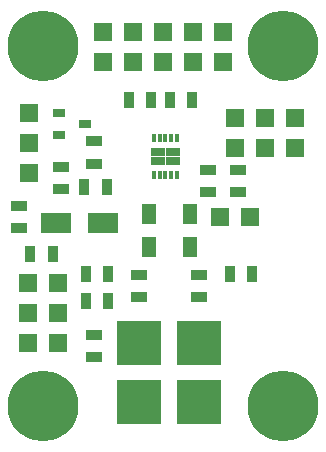
<source format=gbr>
%TF.GenerationSoftware,KiCad,Pcbnew,6.0.11+dfsg-1~bpo11+1*%
%TF.CreationDate,2023-05-25T08:17:32+00:00*%
%TF.ProjectId,I2CADC01,49324341-4443-4303-912e-6b696361645f,rev?*%
%TF.SameCoordinates,Original*%
%TF.FileFunction,Soldermask,Bot*%
%TF.FilePolarity,Negative*%
%FSLAX46Y46*%
G04 Gerber Fmt 4.6, Leading zero omitted, Abs format (unit mm)*
G04 Created by KiCad (PCBNEW 6.0.11+dfsg-1~bpo11+1) date 2023-05-25 08:17:32*
%MOMM*%
%LPD*%
G01*
G04 APERTURE LIST*
%ADD10R,1.524000X1.524000*%
%ADD11C,6.000000*%
%ADD12R,3.810000X3.810000*%
%ADD13R,0.889000X1.397000*%
%ADD14R,1.397000X0.889000*%
%ADD15R,2.499360X1.800860*%
%ADD16R,1.300480X1.699260*%
%ADD17R,0.300000X0.650000*%
%ADD18R,1.240000X0.775000*%
%ADD19R,1.000760X0.800100*%
G04 APERTURE END LIST*
D10*
%TO.C,J1*%
X3810000Y15494000D03*
X6350000Y15494000D03*
X3810000Y12954000D03*
X6350000Y12954000D03*
X3810000Y10414000D03*
X6350000Y10414000D03*
%TD*%
%TO.C,J3*%
X22606000Y21082000D03*
X20066000Y21082000D03*
%TD*%
%TO.C,J5*%
X26416000Y26924000D03*
X23876000Y26924000D03*
%TD*%
%TO.C,J6*%
X26416000Y29464000D03*
X23876000Y29464000D03*
%TD*%
%TO.C,J7*%
X20320000Y36766500D03*
X20320000Y34226500D03*
X17780000Y36766500D03*
X17780000Y34226500D03*
X15240000Y36766500D03*
X15240000Y34226500D03*
X12700000Y36766500D03*
X12700000Y34226500D03*
X10160000Y36766500D03*
X10160000Y34226500D03*
%TD*%
D11*
%TO.C,M1*%
X5080000Y35560000D03*
%TD*%
%TO.C,M2*%
X25400000Y5080000D03*
%TD*%
%TO.C,M3*%
X25400000Y35560000D03*
%TD*%
%TO.C,M4*%
X5080000Y5080000D03*
%TD*%
D12*
%TO.C,P1*%
X18288000Y5414000D03*
X18288000Y10414000D03*
%TD*%
%TO.C,P2*%
X13208000Y10414000D03*
X13208000Y5414000D03*
%TD*%
D10*
%TO.C,J4*%
X3873500Y29845000D03*
X3873500Y27305000D03*
X3873500Y24765000D03*
%TD*%
%TO.C,J8*%
X21336000Y26924000D03*
X21336000Y29464000D03*
%TD*%
D13*
%TO.C,C1*%
X22796500Y16256000D03*
X20891500Y16256000D03*
%TD*%
%TO.C,C2*%
X10604500Y16256000D03*
X8699500Y16256000D03*
%TD*%
D14*
%TO.C,C3*%
X21590000Y25082500D03*
X21590000Y23177500D03*
%TD*%
%TO.C,C4*%
X19050000Y25082500D03*
X19050000Y23177500D03*
%TD*%
D15*
%TO.C,D1*%
X10126980Y20574000D03*
X6129020Y20574000D03*
%TD*%
D16*
%TO.C,D2*%
X17498060Y18542000D03*
X13997940Y18542000D03*
%TD*%
%TO.C,D3*%
X13997940Y21336000D03*
X17498060Y21336000D03*
%TD*%
D14*
%TO.C,R1*%
X18288000Y16192500D03*
X18288000Y14287500D03*
%TD*%
%TO.C,R2*%
X13208000Y16192500D03*
X13208000Y14287500D03*
%TD*%
%TO.C,R3*%
X6604000Y25336500D03*
X6604000Y23431500D03*
%TD*%
D13*
%TO.C,R4*%
X17716500Y30988000D03*
X15811500Y30988000D03*
%TD*%
%TO.C,R5*%
X12319000Y30988000D03*
X14224000Y30988000D03*
%TD*%
D17*
%TO.C,U1*%
X16430500Y24612000D03*
X15930500Y24612000D03*
X15430500Y24612000D03*
X14930500Y24612000D03*
X14430500Y24612000D03*
X14430500Y27712000D03*
X14930500Y27712000D03*
X15430500Y27712000D03*
X15930500Y27712000D03*
X16430500Y27712000D03*
D18*
X14810500Y26549500D03*
X14810500Y25774500D03*
X16050500Y25774500D03*
X16050500Y26549500D03*
%TD*%
D19*
%TO.C,D4*%
X6393180Y28003500D03*
X6393180Y29908500D03*
X8592820Y28956000D03*
%TD*%
D14*
%TO.C,L1*%
X3048000Y20129500D03*
X3048000Y22034500D03*
%TD*%
D13*
%TO.C,C5*%
X5905500Y17907000D03*
X4000500Y17907000D03*
%TD*%
%TO.C,C6*%
X10477500Y23622000D03*
X8572500Y23622000D03*
%TD*%
D14*
%TO.C,C7*%
X9398000Y9207500D03*
X9398000Y11112500D03*
%TD*%
%TO.C,C8*%
X9398000Y25590500D03*
X9398000Y27495500D03*
%TD*%
D13*
%TO.C,R6*%
X8699500Y13970000D03*
X10604500Y13970000D03*
%TD*%
M02*

</source>
